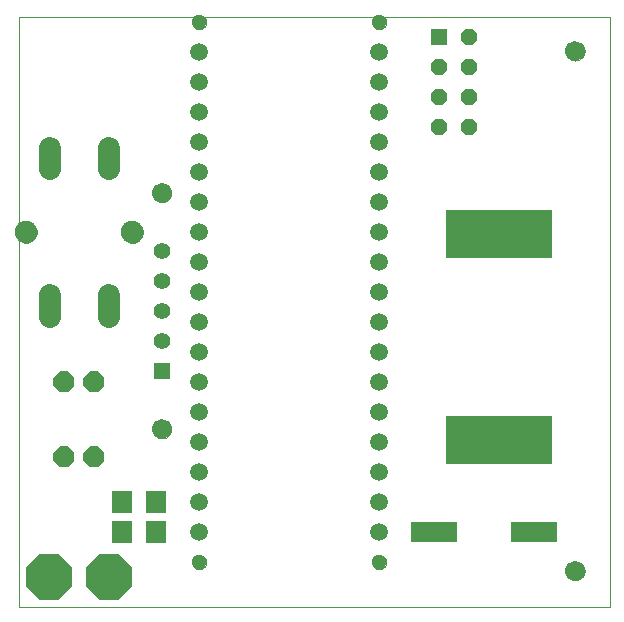
<source format=gts>
G75*
%MOIN*%
%OFA0B0*%
%FSLAX24Y24*%
%IPPOS*%
%LPD*%
%AMOC8*
5,1,8,0,0,1.08239X$1,22.5*
%
%ADD10C,0.0000*%
%ADD11C,0.0594*%
%ADD12C,0.0512*%
%ADD13R,0.0555X0.0555*%
%ADD14OC8,0.0555*%
%ADD15C,0.0555*%
%ADD16C,0.0670*%
%ADD17OC8,0.0700*%
%ADD18R,0.0670X0.0750*%
%ADD19R,0.1575X0.0670*%
%ADD20OC8,0.1540*%
%ADD21R,0.3583X0.1615*%
%ADD22C,0.0745*%
%ADD23C,0.0750*%
D10*
X001220Y001220D02*
X001220Y020905D01*
X020905Y020905D01*
X020905Y001220D01*
X001220Y001220D01*
X006984Y002720D02*
X006986Y002750D01*
X006992Y002780D01*
X007001Y002809D01*
X007014Y002836D01*
X007031Y002861D01*
X007050Y002884D01*
X007073Y002905D01*
X007098Y002922D01*
X007124Y002936D01*
X007153Y002946D01*
X007182Y002953D01*
X007212Y002956D01*
X007243Y002955D01*
X007273Y002950D01*
X007302Y002941D01*
X007329Y002929D01*
X007355Y002914D01*
X007379Y002895D01*
X007400Y002873D01*
X007418Y002849D01*
X007433Y002822D01*
X007444Y002794D01*
X007452Y002765D01*
X007456Y002735D01*
X007456Y002705D01*
X007452Y002675D01*
X007444Y002646D01*
X007433Y002618D01*
X007418Y002591D01*
X007400Y002567D01*
X007379Y002545D01*
X007355Y002526D01*
X007329Y002511D01*
X007302Y002499D01*
X007273Y002490D01*
X007243Y002485D01*
X007212Y002484D01*
X007182Y002487D01*
X007153Y002494D01*
X007124Y002504D01*
X007098Y002518D01*
X007073Y002535D01*
X007050Y002556D01*
X007031Y002579D01*
X007014Y002604D01*
X007001Y002631D01*
X006992Y002660D01*
X006986Y002690D01*
X006984Y002720D01*
X005655Y007158D02*
X005657Y007193D01*
X005663Y007228D01*
X005673Y007262D01*
X005686Y007295D01*
X005703Y007326D01*
X005724Y007354D01*
X005747Y007381D01*
X005774Y007404D01*
X005802Y007425D01*
X005833Y007442D01*
X005866Y007455D01*
X005900Y007465D01*
X005935Y007471D01*
X005970Y007473D01*
X006005Y007471D01*
X006040Y007465D01*
X006074Y007455D01*
X006107Y007442D01*
X006138Y007425D01*
X006166Y007404D01*
X006193Y007381D01*
X006216Y007354D01*
X006237Y007326D01*
X006254Y007295D01*
X006267Y007262D01*
X006277Y007228D01*
X006283Y007193D01*
X006285Y007158D01*
X006283Y007123D01*
X006277Y007088D01*
X006267Y007054D01*
X006254Y007021D01*
X006237Y006990D01*
X006216Y006962D01*
X006193Y006935D01*
X006166Y006912D01*
X006138Y006891D01*
X006107Y006874D01*
X006074Y006861D01*
X006040Y006851D01*
X006005Y006845D01*
X005970Y006843D01*
X005935Y006845D01*
X005900Y006851D01*
X005866Y006861D01*
X005833Y006874D01*
X005802Y006891D01*
X005774Y006912D01*
X005747Y006935D01*
X005724Y006962D01*
X005703Y006990D01*
X005686Y007021D01*
X005673Y007054D01*
X005663Y007088D01*
X005657Y007123D01*
X005655Y007158D01*
X012984Y002720D02*
X012986Y002750D01*
X012992Y002780D01*
X013001Y002809D01*
X013014Y002836D01*
X013031Y002861D01*
X013050Y002884D01*
X013073Y002905D01*
X013098Y002922D01*
X013124Y002936D01*
X013153Y002946D01*
X013182Y002953D01*
X013212Y002956D01*
X013243Y002955D01*
X013273Y002950D01*
X013302Y002941D01*
X013329Y002929D01*
X013355Y002914D01*
X013379Y002895D01*
X013400Y002873D01*
X013418Y002849D01*
X013433Y002822D01*
X013444Y002794D01*
X013452Y002765D01*
X013456Y002735D01*
X013456Y002705D01*
X013452Y002675D01*
X013444Y002646D01*
X013433Y002618D01*
X013418Y002591D01*
X013400Y002567D01*
X013379Y002545D01*
X013355Y002526D01*
X013329Y002511D01*
X013302Y002499D01*
X013273Y002490D01*
X013243Y002485D01*
X013212Y002484D01*
X013182Y002487D01*
X013153Y002494D01*
X013124Y002504D01*
X013098Y002518D01*
X013073Y002535D01*
X013050Y002556D01*
X013031Y002579D01*
X013014Y002604D01*
X013001Y002631D01*
X012992Y002660D01*
X012986Y002690D01*
X012984Y002720D01*
X019435Y002434D02*
X019437Y002469D01*
X019443Y002504D01*
X019453Y002538D01*
X019466Y002571D01*
X019483Y002602D01*
X019504Y002630D01*
X019527Y002657D01*
X019554Y002680D01*
X019582Y002701D01*
X019613Y002718D01*
X019646Y002731D01*
X019680Y002741D01*
X019715Y002747D01*
X019750Y002749D01*
X019785Y002747D01*
X019820Y002741D01*
X019854Y002731D01*
X019887Y002718D01*
X019918Y002701D01*
X019946Y002680D01*
X019973Y002657D01*
X019996Y002630D01*
X020017Y002602D01*
X020034Y002571D01*
X020047Y002538D01*
X020057Y002504D01*
X020063Y002469D01*
X020065Y002434D01*
X020063Y002399D01*
X020057Y002364D01*
X020047Y002330D01*
X020034Y002297D01*
X020017Y002266D01*
X019996Y002238D01*
X019973Y002211D01*
X019946Y002188D01*
X019918Y002167D01*
X019887Y002150D01*
X019854Y002137D01*
X019820Y002127D01*
X019785Y002121D01*
X019750Y002119D01*
X019715Y002121D01*
X019680Y002127D01*
X019646Y002137D01*
X019613Y002150D01*
X019582Y002167D01*
X019554Y002188D01*
X019527Y002211D01*
X019504Y002238D01*
X019483Y002266D01*
X019466Y002297D01*
X019453Y002330D01*
X019443Y002364D01*
X019437Y002399D01*
X019435Y002434D01*
X004635Y013720D02*
X004637Y013757D01*
X004643Y013794D01*
X004652Y013830D01*
X004666Y013864D01*
X004683Y013897D01*
X004703Y013929D01*
X004726Y013958D01*
X004752Y013984D01*
X004781Y014007D01*
X004812Y014027D01*
X004846Y014044D01*
X004880Y014058D01*
X004916Y014067D01*
X004953Y014073D01*
X004990Y014075D01*
X005027Y014073D01*
X005064Y014067D01*
X005100Y014058D01*
X005134Y014044D01*
X005167Y014027D01*
X005199Y014007D01*
X005228Y013984D01*
X005254Y013958D01*
X005277Y013929D01*
X005297Y013898D01*
X005314Y013864D01*
X005328Y013830D01*
X005337Y013794D01*
X005343Y013757D01*
X005345Y013720D01*
X005343Y013683D01*
X005337Y013646D01*
X005328Y013610D01*
X005314Y013576D01*
X005297Y013543D01*
X005277Y013511D01*
X005254Y013482D01*
X005228Y013456D01*
X005199Y013433D01*
X005168Y013413D01*
X005134Y013396D01*
X005100Y013382D01*
X005064Y013373D01*
X005027Y013367D01*
X004990Y013365D01*
X004953Y013367D01*
X004916Y013373D01*
X004880Y013382D01*
X004846Y013396D01*
X004813Y013413D01*
X004781Y013433D01*
X004752Y013456D01*
X004726Y013482D01*
X004703Y013511D01*
X004683Y013542D01*
X004666Y013576D01*
X004652Y013610D01*
X004643Y013646D01*
X004637Y013683D01*
X004635Y013720D01*
X005655Y015032D02*
X005657Y015067D01*
X005663Y015102D01*
X005673Y015136D01*
X005686Y015169D01*
X005703Y015200D01*
X005724Y015228D01*
X005747Y015255D01*
X005774Y015278D01*
X005802Y015299D01*
X005833Y015316D01*
X005866Y015329D01*
X005900Y015339D01*
X005935Y015345D01*
X005970Y015347D01*
X006005Y015345D01*
X006040Y015339D01*
X006074Y015329D01*
X006107Y015316D01*
X006138Y015299D01*
X006166Y015278D01*
X006193Y015255D01*
X006216Y015228D01*
X006237Y015200D01*
X006254Y015169D01*
X006267Y015136D01*
X006277Y015102D01*
X006283Y015067D01*
X006285Y015032D01*
X006283Y014997D01*
X006277Y014962D01*
X006267Y014928D01*
X006254Y014895D01*
X006237Y014864D01*
X006216Y014836D01*
X006193Y014809D01*
X006166Y014786D01*
X006138Y014765D01*
X006107Y014748D01*
X006074Y014735D01*
X006040Y014725D01*
X006005Y014719D01*
X005970Y014717D01*
X005935Y014719D01*
X005900Y014725D01*
X005866Y014735D01*
X005833Y014748D01*
X005802Y014765D01*
X005774Y014786D01*
X005747Y014809D01*
X005724Y014836D01*
X005703Y014864D01*
X005686Y014895D01*
X005673Y014928D01*
X005663Y014962D01*
X005657Y014997D01*
X005655Y015032D01*
X001095Y013720D02*
X001097Y013757D01*
X001103Y013794D01*
X001112Y013830D01*
X001126Y013864D01*
X001143Y013897D01*
X001163Y013929D01*
X001186Y013958D01*
X001212Y013984D01*
X001241Y014007D01*
X001272Y014027D01*
X001306Y014044D01*
X001340Y014058D01*
X001376Y014067D01*
X001413Y014073D01*
X001450Y014075D01*
X001487Y014073D01*
X001524Y014067D01*
X001560Y014058D01*
X001594Y014044D01*
X001627Y014027D01*
X001659Y014007D01*
X001688Y013984D01*
X001714Y013958D01*
X001737Y013929D01*
X001757Y013898D01*
X001774Y013864D01*
X001788Y013830D01*
X001797Y013794D01*
X001803Y013757D01*
X001805Y013720D01*
X001803Y013683D01*
X001797Y013646D01*
X001788Y013610D01*
X001774Y013576D01*
X001757Y013543D01*
X001737Y013511D01*
X001714Y013482D01*
X001688Y013456D01*
X001659Y013433D01*
X001628Y013413D01*
X001594Y013396D01*
X001560Y013382D01*
X001524Y013373D01*
X001487Y013367D01*
X001450Y013365D01*
X001413Y013367D01*
X001376Y013373D01*
X001340Y013382D01*
X001306Y013396D01*
X001273Y013413D01*
X001241Y013433D01*
X001212Y013456D01*
X001186Y013482D01*
X001163Y013511D01*
X001143Y013542D01*
X001126Y013576D01*
X001112Y013610D01*
X001103Y013646D01*
X001097Y013683D01*
X001095Y013720D01*
X006984Y020720D02*
X006986Y020750D01*
X006992Y020780D01*
X007001Y020809D01*
X007014Y020836D01*
X007031Y020861D01*
X007050Y020884D01*
X007073Y020905D01*
X007098Y020922D01*
X007124Y020936D01*
X007153Y020946D01*
X007182Y020953D01*
X007212Y020956D01*
X007243Y020955D01*
X007273Y020950D01*
X007302Y020941D01*
X007329Y020929D01*
X007355Y020914D01*
X007379Y020895D01*
X007400Y020873D01*
X007418Y020849D01*
X007433Y020822D01*
X007444Y020794D01*
X007452Y020765D01*
X007456Y020735D01*
X007456Y020705D01*
X007452Y020675D01*
X007444Y020646D01*
X007433Y020618D01*
X007418Y020591D01*
X007400Y020567D01*
X007379Y020545D01*
X007355Y020526D01*
X007329Y020511D01*
X007302Y020499D01*
X007273Y020490D01*
X007243Y020485D01*
X007212Y020484D01*
X007182Y020487D01*
X007153Y020494D01*
X007124Y020504D01*
X007098Y020518D01*
X007073Y020535D01*
X007050Y020556D01*
X007031Y020579D01*
X007014Y020604D01*
X007001Y020631D01*
X006992Y020660D01*
X006986Y020690D01*
X006984Y020720D01*
X012984Y020720D02*
X012986Y020750D01*
X012992Y020780D01*
X013001Y020809D01*
X013014Y020836D01*
X013031Y020861D01*
X013050Y020884D01*
X013073Y020905D01*
X013098Y020922D01*
X013124Y020936D01*
X013153Y020946D01*
X013182Y020953D01*
X013212Y020956D01*
X013243Y020955D01*
X013273Y020950D01*
X013302Y020941D01*
X013329Y020929D01*
X013355Y020914D01*
X013379Y020895D01*
X013400Y020873D01*
X013418Y020849D01*
X013433Y020822D01*
X013444Y020794D01*
X013452Y020765D01*
X013456Y020735D01*
X013456Y020705D01*
X013452Y020675D01*
X013444Y020646D01*
X013433Y020618D01*
X013418Y020591D01*
X013400Y020567D01*
X013379Y020545D01*
X013355Y020526D01*
X013329Y020511D01*
X013302Y020499D01*
X013273Y020490D01*
X013243Y020485D01*
X013212Y020484D01*
X013182Y020487D01*
X013153Y020494D01*
X013124Y020504D01*
X013098Y020518D01*
X013073Y020535D01*
X013050Y020556D01*
X013031Y020579D01*
X013014Y020604D01*
X013001Y020631D01*
X012992Y020660D01*
X012986Y020690D01*
X012984Y020720D01*
X019435Y019756D02*
X019437Y019791D01*
X019443Y019826D01*
X019453Y019860D01*
X019466Y019893D01*
X019483Y019924D01*
X019504Y019952D01*
X019527Y019979D01*
X019554Y020002D01*
X019582Y020023D01*
X019613Y020040D01*
X019646Y020053D01*
X019680Y020063D01*
X019715Y020069D01*
X019750Y020071D01*
X019785Y020069D01*
X019820Y020063D01*
X019854Y020053D01*
X019887Y020040D01*
X019918Y020023D01*
X019946Y020002D01*
X019973Y019979D01*
X019996Y019952D01*
X020017Y019924D01*
X020034Y019893D01*
X020047Y019860D01*
X020057Y019826D01*
X020063Y019791D01*
X020065Y019756D01*
X020063Y019721D01*
X020057Y019686D01*
X020047Y019652D01*
X020034Y019619D01*
X020017Y019588D01*
X019996Y019560D01*
X019973Y019533D01*
X019946Y019510D01*
X019918Y019489D01*
X019887Y019472D01*
X019854Y019459D01*
X019820Y019449D01*
X019785Y019443D01*
X019750Y019441D01*
X019715Y019443D01*
X019680Y019449D01*
X019646Y019459D01*
X019613Y019472D01*
X019582Y019489D01*
X019554Y019510D01*
X019527Y019533D01*
X019504Y019560D01*
X019483Y019588D01*
X019466Y019619D01*
X019453Y019652D01*
X019443Y019686D01*
X019437Y019721D01*
X019435Y019756D01*
D11*
X013220Y019720D03*
X013220Y018720D03*
X013220Y017720D03*
X013220Y016720D03*
X013220Y015720D03*
X013220Y014720D03*
X013220Y013720D03*
X013220Y012720D03*
X013220Y011720D03*
X013220Y010720D03*
X013220Y009720D03*
X013220Y008720D03*
X013220Y007720D03*
X013220Y006720D03*
X013220Y005720D03*
X013220Y004720D03*
X013220Y003720D03*
X007220Y003720D03*
X007220Y004720D03*
X007220Y005720D03*
X007220Y006720D03*
X007220Y007720D03*
X007220Y008720D03*
X007220Y009720D03*
X007220Y010720D03*
X007220Y011720D03*
X007220Y012720D03*
X007220Y013720D03*
X007220Y014720D03*
X007220Y015720D03*
X007220Y016720D03*
X007220Y017720D03*
X007220Y018720D03*
X007220Y019720D03*
D12*
X007220Y020720D03*
X013220Y020720D03*
X013220Y002720D03*
X007220Y002720D03*
D13*
X005970Y009095D03*
X015220Y020220D03*
D14*
X016220Y020220D03*
X016220Y019220D03*
X016220Y018220D03*
X015220Y018220D03*
X015220Y019220D03*
X015220Y017220D03*
X016220Y017220D03*
D15*
X005970Y013095D03*
X005970Y012095D03*
X005970Y011095D03*
X005970Y010095D03*
D16*
X005970Y007158D03*
X005970Y015032D03*
X019750Y019756D03*
X019750Y002434D03*
D17*
X003720Y006220D03*
X002720Y006220D03*
X002720Y008720D03*
X003720Y008720D03*
D18*
X004660Y004720D03*
X004660Y003720D03*
X005780Y003720D03*
X005780Y004720D03*
D19*
X015047Y003720D03*
X018393Y003720D03*
D20*
X004220Y002220D03*
X002220Y002220D03*
D21*
X017220Y006779D03*
X017220Y013653D03*
D22*
X004200Y011613D02*
X004200Y010908D01*
X002240Y010908D02*
X002240Y011613D01*
X002240Y015828D02*
X002240Y016533D01*
X004200Y016533D02*
X004200Y015828D01*
D23*
X004990Y013720D03*
X001450Y013720D03*
M02*

</source>
